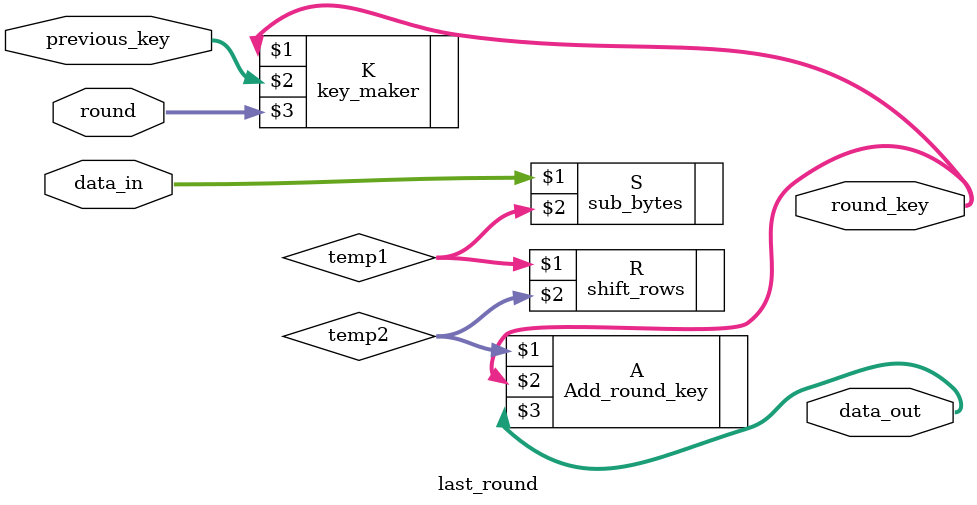
<source format=v>
module last_round (data_in,previous_key,round,round_key,data_out);
  input [0:127] data_in,previous_key;
  input [0:3]round;
  output [0:127]round_key,data_out;
  wire [0:127] temp1,temp2,temp3;
  
 
    sub_bytes S (data_in,temp1);
    shift_rows R (temp1,temp2);

  key_maker K (round_key, previous_key,round);
  Add_round_key A (temp2,round_key,data_out);
  
endmodule

</source>
